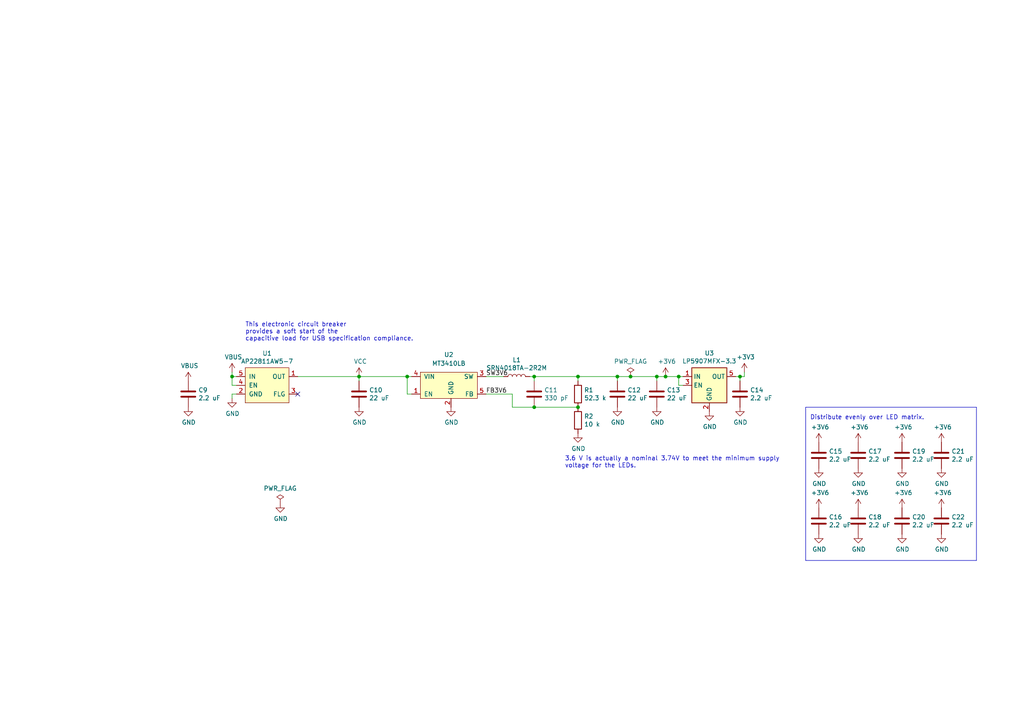
<source format=kicad_sch>
(kicad_sch (version 20230121) (generator eeschema)
  (paper "A4")
  (title_block (title "virgo-test-keyboard") (date "2023-05-30") (rev "0.2") (company "System76"))
  (lib_symbols
    (symbol "Device:C" (pin_numbers hide) (pin_names (offset 0.254))
      (property "Reference" "C" (at 0.635 2.54 0))
      (property "Value" "C" (at 0.635 -2.54 0))
      (symbol "C_0_1"
        (polyline (pts (xy -2.032 -0.762) (xy 2.032 -0.762)) (stroke (width 0.508)))
        (polyline (pts (xy -2.032 0.762) (xy 2.032 0.762)) (stroke (width 0.508)))
      )
      (symbol "C_1_1"
        (pin passive line (at 0 3.81 270) (length 2.794) (name "~") (number "1"))
        (pin passive line (at 0 -3.81 90) (length 2.794) (name "~") (number "2"))
      )
    )
    (symbol "Device:L" (pin_numbers hide) (pin_names (offset 1.016) hide)
      (property "Reference" "L" (at -1.27 0 90))
      (property "Value" "L" (at 1.905 0 90))
      (symbol "L_0_1"
        (arc (start 0 -2.54) (mid 0.6323 -1.905) (end 0 -1.27))
        (arc (start 0 -1.27) (mid 0.6323 -0.635) (end 0 0))
        (arc (start 0 0) (mid 0.6323 0.635) (end 0 1.27))
        (arc (start 0 1.27) (mid 0.6323 1.905) (end 0 2.54))
      )
      (symbol "L_1_1"
        (pin passive line (at 0 3.81 270) (length 1.27) (name "1") (number "1"))
        (pin passive line (at 0 -3.81 90) (length 1.27) (name "2") (number "2"))
      )
    )
    (symbol "Device:R" (pin_numbers hide) (pin_names (offset 0))
      (property "Reference" "R" (at 2.032 0 90))
      (property "Value" "R" (at 0 0 90))
      (symbol "R_0_1"
        (rectangle (start -1.016 -2.54) (end 1.016 2.54) (stroke (width 0.254)))
      )
      (symbol "R_1_1"
        (pin passive line (at 0 3.81 270) (length 1.27) (name "~") (number "1"))
        (pin passive line (at 0 -3.81 90) (length 1.27) (name "~") (number "2"))
      )
    )
    (symbol "Regulator_Linear:LP5907MFX-3.3"
      (property "Reference" "U" (at -3.81 6.35 0))
      (property "Value" "LP5907MFX-3.3" (at 6.35 6.35 0))
      (symbol "LP5907MFX-3.3_0_1"
        (rectangle (start -5.08 -5.08) (end 5.08 5.08) (stroke (width 0.254)) (fill (type background)))
        (pin power_in line (at -7.62 2.54 0) (length 2.54) (name "IN") (number "1"))
        (pin power_in line (at 0 -7.62 90) (length 2.54) (name "GND") (number "2"))
        (pin input line (at -7.62 0 0) (length 2.54) (name "EN") (number "3"))
        (pin no_connect line (at 5.08 0 180) (length 2.54) hide (name "NC") (number "4"))
        (pin power_out line (at 7.62 2.54 180) (length 2.54) (name "OUT") (number "5"))
      )
    )
    (symbol "launch:+3V6" (power) (pin_names (offset 0))
      (property "Value" "+3V6" (at 0 3.556 0))
      (symbol "+3V6_0_1"
        (polyline (pts (xy -0.762 1.27) (xy 0 2.54)))
        (polyline (pts (xy 0 0) (xy 0 2.54)))
        (polyline (pts (xy 0 2.54) (xy 0.762 1.27)))
      )
      (symbol "+3V6_1_1"
        (pin power_in line (at 0 0 90) (length 0) hide (name "+3V6") (number "1"))
      )
    )
    (symbol "launch:AP22811AW5-7‎" (pin_names (offset 1.016))
      (property "Reference" "U" (at -6.35 8.89 0))
      (property "Value" "AP22811AW5-7‎" (at -6.35 6.35 0))
      (symbol "AP22811AW5-7‎_0_1"
        (rectangle (start 6.35 5.08) (end -6.35 -5.08) (fill (type background)))
      )
      (symbol "AP22811AW5-7‎_1_1"
        (pin power_out line (at 8.89 2.54 180) (length 2.54) (name "OUT") (number "1"))
        (pin power_in line (at -8.89 -2.54 0) (length 2.54) (name "GND") (number "2"))
        (pin open_collector line (at 8.89 -2.54 180) (length 2.54) (name "FLG") (number "3"))
        (pin input line (at -8.89 0 0) (length 2.54) (name "EN") (number "4"))
        (pin power_in line (at -8.89 2.54 0) (length 2.54) (name "IN") (number "5"))
      )
    )
    (symbol "launch:MT3410LB" (pin_names (offset 1.016))
      (property "Reference" "U" (at -8.89 7.62 0))
      (property "Value" "MT3410LB" (at -8.89 5.08 0))
      (symbol "MT3410LB_0_1"
        (rectangle (start 7.62 3.81) (end -8.89 -3.81) (fill (type background)))
      )
      (symbol "MT3410LB_1_1"
        (pin passive line (at -11.43 -2.54 0) (length 2.54) (name "EN") (number "1"))
        (pin power_in line (at 0 -6.35 90) (length 2.54) (name "GND") (number "2"))
        (pin power_out line (at 10.16 2.54 180) (length 2.54) (name "SW") (number "3"))
        (pin power_in line (at -11.43 2.54 0) (length 2.54) (name "VIN") (number "4"))
        (pin passive line (at 10.16 -2.54 180) (length 2.54) (name "FB") (number "5"))
      )
    )
    (symbol "power:+3V3" (power) (pin_names (offset 0))
      (property "Value" "+3V3" (at 0 3.556 0))
      (symbol "+3V3_0_1"
        (polyline (pts (xy -0.762 1.27) (xy 0 2.54)))
        (polyline (pts (xy 0 0) (xy 0 2.54)))
        (polyline (pts (xy 0 2.54) (xy 0.762 1.27)))
      )
      (symbol "+3V3_1_1"
        (pin power_in line (at 0 0 90) (length 0) hide (name "+3V3") (number "1"))
      )
    )
    (symbol "power:GND" (power) (pin_names (offset 0))
      (property "Value" "GND" (at 0 -3.81 0))
      (symbol "GND_0_1"
        (polyline (pts (xy 0 0) (xy 0 -1.27) (xy 1.27 -1.27) (xy 0 -2.54) (xy -1.27 -1.27) (xy 0 -1.27)))
      )
      (symbol "GND_1_1"
        (pin power_in line (at 0 0 270) (length 0) hide (name "GND") (number "1"))
      )
    )
    (symbol "power:PWR_FLAG" (power) (pin_numbers hide) (pin_names (offset 0) hide)
      (property "Value" "PWR_FLAG" (at 0 3.81 0))
      (symbol "PWR_FLAG_0_0"
        (pin power_out line (at 0 0 90) (length 0) (name "pwr") (number "1"))
      )
      (symbol "PWR_FLAG_0_1"
        (polyline (pts (xy 0 0) (xy 0 1.27) (xy -1.016 1.905) (xy 0 2.54) (xy 1.016 1.905) (xy 0 1.27)))
      )
    )
    (symbol "power:VBUS" (power) (pin_names (offset 0))
      (property "Value" "VBUS" (at 0 3.81 0))
      (symbol "VBUS_0_1"
        (polyline (pts (xy -0.762 1.27) (xy 0 2.54)))
        (polyline (pts (xy 0 0) (xy 0 2.54)))
        (polyline (pts (xy 0 2.54) (xy 0.762 1.27)))
      )
      (symbol "VBUS_1_1"
        (pin power_in line (at 0 0 90) (length 0) hide (name "VBUS") (number "1"))
      )
    )
    (symbol "power:VCC" (power) (pin_names (offset 0))
      (property "Value" "VCC" (at 0 3.81 0))
      (symbol "VCC_0_1"
        (polyline (pts (xy -0.762 1.27) (xy 0 2.54)))
        (polyline (pts (xy 0 0) (xy 0 2.54)))
        (polyline (pts (xy 0 2.54) (xy 0.762 1.27)))
      )
      (symbol "VCC_1_1"
        (pin power_in line (at 0 0 90) (length 0) hide (name "VCC") (number "1"))
      )
    )
  )
  (junction (at 104.14 109.22))
  (junction (at 167.64 109.22))
  (junction (at 196.85 109.22))
  (junction (at 154.94 109.22))
  (junction (at 179.07 109.22))
  (junction (at 118.11 109.22))
  (junction (at 182.88 109.22))
  (junction (at 190.5 109.22))
  (junction (at 193.04 109.22))
  (junction (at 154.94 118.11))
  (junction (at 167.64 118.11))
  (junction (at 67.31 109.22))
  (junction (at 214.63 109.22))
  (no_connect (at 86.36 114.3))
  (wire (pts (xy 179.07 109.22) (xy 182.88 109.22)))
  (wire (pts (xy 154.94 109.22) (xy 154.94 110.49)))
  (wire (pts (xy 154.94 118.11) (xy 167.64 118.11)))
  (wire (pts (xy 196.85 111.76) (xy 196.85 109.22)))
  (wire (pts (xy 67.31 109.22) (xy 67.31 107.95)))
  (wire (pts (xy 67.31 111.76) (xy 67.31 109.22)))
  (wire (pts (xy 214.63 109.22) (xy 215.9 109.22)))
  (polyline (pts (xy 233.68 162.56) (xy 283.21 162.56)))
  (polyline (pts (xy 283.21 118.11) (xy 233.68 118.11)))
  (wire (pts (xy 104.14 109.22) (xy 104.14 110.49)))
  (wire (pts (xy 214.63 109.22) (xy 214.63 110.49)))
  (wire (pts (xy 148.59 118.11) (xy 148.59 114.3)))
  (wire (pts (xy 215.9 107.95) (xy 215.9 109.22)))
  (wire (pts (xy 104.14 109.22) (xy 118.11 109.22)))
  (wire (pts (xy 67.31 114.3) (xy 68.58 114.3)))
  (wire (pts (xy 182.88 109.22) (xy 190.5 109.22)))
  (wire (pts (xy 179.07 109.22) (xy 179.07 110.49)))
  (wire (pts (xy 154.94 109.22) (xy 167.64 109.22)))
  (wire (pts (xy 196.85 109.22) (xy 198.12 109.22)))
  (wire (pts (xy 86.36 109.22) (xy 104.14 109.22)))
  (polyline (pts (xy 233.68 118.11) (xy 233.68 162.56)))
  (wire (pts (xy 190.5 109.22) (xy 193.04 109.22)))
  (wire (pts (xy 213.36 109.22) (xy 214.63 109.22)))
  (wire (pts (xy 167.64 110.49) (xy 167.64 109.22)))
  (wire (pts (xy 68.58 109.22) (xy 67.31 109.22)))
  (wire (pts (xy 148.59 118.11) (xy 154.94 118.11)))
  (wire (pts (xy 118.11 109.22) (xy 118.11 114.3)))
  (wire (pts (xy 118.11 109.22) (xy 119.38 109.22)))
  (wire (pts (xy 167.64 109.22) (xy 179.07 109.22)))
  (polyline (pts (xy 283.21 118.11) (xy 283.21 162.56)))
  (wire (pts (xy 153.67 109.22) (xy 154.94 109.22)))
  (wire (pts (xy 198.12 111.76) (xy 196.85 111.76)))
  (wire (pts (xy 119.38 114.3) (xy 118.11 114.3)))
  (wire (pts (xy 67.31 115.57) (xy 67.31 114.3)))
  (wire (pts (xy 146.05 109.22) (xy 140.97 109.22)))
  (wire (pts (xy 190.5 110.49) (xy 190.5 109.22)))
  (wire (pts (xy 148.59 114.3) (xy 140.97 114.3)))
  (wire (pts (xy 68.58 111.76) (xy 67.31 111.76)))
  (wire (pts (xy 193.04 109.22) (xy 196.85 109.22)))
  (text "This electronic circuit breaker\nprovides a soft start of the\ncapacitive load for USB specification compliance." (at 71.12 99.06 0) (effects (font (size 1.27 1.27)) (justify left bottom)))
  (text "3.6 V is actually a nominal 3.74V to meet the minimum supply\nvoltage for the LEDs." (at 163.83 135.89 0) (effects (font (size 1.27 1.27)) (justify left bottom)))
  (text "Distribute evenly over LED matrix." (at 234.95 121.92 0) (effects (font (size 1.27 1.27)) (justify left bottom)))
  (label "SW3V6" (at 140.97 109.22 0))
  (label "FB3V6" (at 140.97 114.3 0))
  (symbol (lib_id "launch:+3V6") (at 193.04 109.22 0) (unit 1)
    (property "Reference" "#PWR0355" (effects hide))
    (property "Value" "+3V6" (at 193.421 104.8258 0))
  )
  (symbol (lib_id "Device:C") (at 237.49 132.08 0) (unit 1)
    (property "Reference" "C15" (at 240.411 130.9116 0) (effects (justify left)))
    (property "Value" "2.2 uF" (at 240.411 133.223 0) (effects (justify left)))
    (property "Footprint" "Capacitor_SMD:C_0603_1608Metric" (effects hide))
    (property "Manufacturer" "Generic X5R capacitor" (effects hide))
  )
  (symbol (lib_id "Device:C") (at 248.92 132.08 0) (unit 1)
    (property "Reference" "C17" (at 251.841 130.9116 0) (effects (justify left)))
    (property "Value" "2.2 uF" (at 251.841 133.223 0) (effects (justify left)))
    (property "Footprint" "Capacitor_SMD:C_0603_1608Metric" (effects hide))
    (property "Manufacturer" "Generic X5R capacitor" (effects hide))
  )
  (symbol (lib_id "Device:C") (at 261.62 132.08 0) (unit 1)
    (property "Reference" "C19" (at 264.541 130.9116 0) (effects (justify left)))
    (property "Value" "2.2 uF" (at 264.541 133.223 0) (effects (justify left)))
    (property "Footprint" "Capacitor_SMD:C_0603_1608Metric" (effects hide))
    (property "Manufacturer" "Generic X5R capacitor" (effects hide))
  )
  (symbol (lib_id "Device:C") (at 273.05 132.08 0) (unit 1)
    (property "Reference" "C21" (at 275.971 130.9116 0) (effects (justify left)))
    (property "Value" "2.2 uF" (at 275.971 133.223 0) (effects (justify left)))
    (property "Footprint" "Capacitor_SMD:C_0603_1608Metric" (effects hide))
    (property "Manufacturer" "Generic X5R capacitor" (effects hide))
  )
  (symbol (lib_id "power:GND") (at 237.49 154.94 0) (unit 1)
    (property "Reference" "#PWR0362" (effects hide))
    (property "Value" "GND" (at 237.617 159.3342 0))
  )
  (symbol (lib_id "launch:+3V6") (at 237.49 147.32 0) (unit 1)
    (property "Reference" "#PWR0361" (effects hide))
    (property "Value" "+3V6" (at 237.871 142.9258 0))
  )
  (symbol (lib_id "power:GND") (at 248.92 154.94 0) (unit 1)
    (property "Reference" "#PWR0366" (effects hide))
    (property "Value" "GND" (at 249.047 159.3342 0))
  )
  (symbol (lib_id "launch:+3V6") (at 248.92 147.32 0) (unit 1)
    (property "Reference" "#PWR0365" (effects hide))
    (property "Value" "+3V6" (at 249.301 142.9258 0))
  )
  (symbol (lib_id "power:GND") (at 261.62 154.94 0) (unit 1)
    (property "Reference" "#PWR0370" (effects hide))
    (property "Value" "GND" (at 261.747 159.3342 0))
  )
  (symbol (lib_id "launch:+3V6") (at 261.62 147.32 0) (unit 1)
    (property "Reference" "#PWR0369" (effects hide))
    (property "Value" "+3V6" (at 262.001 142.9258 0))
  )
  (symbol (lib_id "power:GND") (at 273.05 154.94 0) (unit 1)
    (property "Reference" "#PWR0374" (effects hide))
    (property "Value" "GND" (at 273.177 159.3342 0))
  )
  (symbol (lib_id "launch:+3V6") (at 273.05 147.32 0) (unit 1)
    (property "Reference" "#PWR0373" (effects hide))
    (property "Value" "+3V6" (at 273.431 142.9258 0))
  )
  (symbol (lib_id "Device:C") (at 237.49 151.13 0) (unit 1)
    (property "Reference" "C16" (at 240.411 149.9616 0) (effects (justify left)))
    (property "Value" "2.2 uF" (at 240.411 152.273 0) (effects (justify left)))
    (property "Footprint" "Capacitor_SMD:C_0603_1608Metric" (effects hide))
    (property "Manufacturer" "Generic X5R capacitor" (effects hide))
  )
  (symbol (lib_id "Device:C") (at 248.92 151.13 0) (unit 1)
    (property "Reference" "C18" (at 251.841 149.9616 0) (effects (justify left)))
    (property "Value" "2.2 uF" (at 251.841 152.273 0) (effects (justify left)))
    (property "Footprint" "Capacitor_SMD:C_0603_1608Metric" (effects hide))
    (property "Manufacturer" "Generic X5R capacitor" (effects hide))
  )
  (symbol (lib_id "Device:C") (at 261.62 151.13 0) (unit 1)
    (property "Reference" "C20" (at 264.541 149.9616 0) (effects (justify left)))
    (property "Value" "2.2 uF" (at 264.541 152.273 0) (effects (justify left)))
    (property "Footprint" "Capacitor_SMD:C_0603_1608Metric" (effects hide))
    (property "Manufacturer" "Generic X5R capacitor" (effects hide))
  )
  (symbol (lib_id "Device:C") (at 273.05 151.13 0) (unit 1)
    (property "Reference" "C22" (at 275.971 149.9616 0) (effects (justify left)))
    (property "Value" "2.2 uF" (at 275.971 152.273 0) (effects (justify left)))
    (property "Footprint" "Capacitor_SMD:C_0603_1608Metric" (effects hide))
    (property "Manufacturer" "Generic X5R capacitor" (effects hide))
  )
  (symbol (lib_id "power:VBUS") (at 67.31 107.95 0) (unit 1)
    (property "Reference" "#PWR0346" (effects hide))
    (property "Value" "VBUS" (at 67.691 103.5558 0))
  )
  (symbol (lib_id "launch:AP22811AW5-7‎") (at 77.47 111.76 0) (unit 1)
    (property "Reference" "U1" (at 77.47 102.489 0))
    (property "Value" "AP22811AW5-7‎" (at 77.47 104.8004 0))
    (property "Footprint" "local:SOT-23-5" (effects hide))
    (property "Datasheet" "${KIPRJMOD}/docs/AP22811.pdf" (effects hide))
    (property "Manufacturer" "Diodes Inc." (effects hide))
  )
  (symbol (lib_id "power:GND") (at 67.31 115.57 0) (unit 1)
    (property "Reference" "#PWR0347" (effects hide))
    (property "Value" "GND" (at 67.437 119.9642 0))
  )
  (symbol (lib_id "Regulator_Linear:LP5907MFX-3.3") (at 205.74 111.76 0) (unit 1)
    (property "Reference" "U3" (at 205.74 102.4382 0))
    (property "Value" "LP5907MFX-3.3" (at 205.74 104.7496 0))
    (property "Footprint" "Package_TO_SOT_SMD:SOT-23-5" (effects hide))
    (property "Datasheet" "http://www.ti.com/lit/ds/symlink/lp5907.pdf" (effects hide))
    (property "Manufacturer" "Texas Instruments" (effects hide))
  )
  (symbol (lib_id "power:GND") (at 205.74 119.38 0) (unit 1)
    (property "Reference" "#PWR0356" (effects hide))
    (property "Value" "GND" (at 205.867 123.7742 0))
  )
  (symbol (lib_id "Device:C") (at 214.63 114.3 0) (unit 1)
    (property "Reference" "C14" (at 217.551 113.1316 0) (effects (justify left)))
    (property "Value" "2.2 uF" (at 217.551 115.443 0) (effects (justify left)))
    (property "Footprint" "Capacitor_SMD:C_0603_1608Metric" (effects hide))
    (property "Manufacturer" "Generic X5R capacitor" (effects hide))
  )
  (symbol (lib_id "power:GND") (at 214.63 118.11 0) (unit 1)
    (property "Reference" "#PWR0357" (effects hide))
    (property "Value" "GND" (at 214.757 122.5042 0))
  )
  (symbol (lib_id "power:+3V3") (at 215.9 107.95 0) (unit 1)
    (property "Reference" "#PWR0358" (effects hide))
    (property "Value" "+3V3" (at 216.281 103.5558 0))
  )
  (symbol (lib_id "power:GND") (at 237.49 135.89 0) (unit 1)
    (property "Reference" "#PWR0360" (effects hide))
    (property "Value" "GND" (at 237.617 140.2842 0))
  )
  (symbol (lib_id "launch:+3V6") (at 237.49 128.27 0) (unit 1)
    (property "Reference" "#PWR0359" (effects hide))
    (property "Value" "+3V6" (at 237.871 123.8758 0))
  )
  (symbol (lib_id "power:GND") (at 248.92 135.89 0) (unit 1)
    (property "Reference" "#PWR0364" (effects hide))
    (property "Value" "GND" (at 249.047 140.2842 0))
  )
  (symbol (lib_id "launch:+3V6") (at 248.92 128.27 0) (unit 1)
    (property "Reference" "#PWR0363" (effects hide))
    (property "Value" "+3V6" (at 249.301 123.8758 0))
  )
  (symbol (lib_id "power:GND") (at 261.62 135.89 0) (unit 1)
    (property "Reference" "#PWR0368" (effects hide))
    (property "Value" "GND" (at 261.747 140.2842 0))
  )
  (symbol (lib_id "launch:+3V6") (at 261.62 128.27 0) (unit 1)
    (property "Reference" "#PWR0367" (effects hide))
    (property "Value" "+3V6" (at 262.001 123.8758 0))
  )
  (symbol (lib_id "power:GND") (at 273.05 135.89 0) (unit 1)
    (property "Reference" "#PWR0372" (effects hide))
    (property "Value" "GND" (at 273.177 140.2842 0))
  )
  (symbol (lib_id "launch:+3V6") (at 273.05 128.27 0) (unit 1)
    (property "Reference" "#PWR0371" (effects hide))
    (property "Value" "+3V6" (at 273.431 123.8758 0))
  )
  (symbol (lib_id "power:VCC") (at 104.14 109.22 0) (unit 1)
    (property "Reference" "#PWR0349" (effects hide))
    (property "Value" "VCC" (at 104.521 104.8258 0))
  )
  (symbol (lib_id "power:PWR_FLAG") (at 182.88 109.22 0) (unit 1)
    (property "Reference" "#FLG02" (effects hide))
    (property "Value" "PWR_FLAG" (at 182.88 104.8258 0))
  )
  (symbol (lib_id "power:PWR_FLAG") (at 81.28 146.05 0) (unit 1)
    (property "Reference" "#FLG01" (effects hide))
    (property "Value" "PWR_FLAG" (at 81.28 141.6558 0))
  )
  (symbol (lib_id "power:GND") (at 81.28 146.05 0) (unit 1)
    (property "Reference" "#PWR0348" (effects hide))
    (property "Value" "GND" (at 81.407 150.4442 0))
  )
  (symbol (lib_id "Device:L") (at 149.86 109.22 90) (unit 1)
    (property "Reference" "L1" (at 149.86 104.394 90))
    (property "Value" "SRN4018TA-2R2M" (at 149.86 106.7054 90))
    (property "Footprint" "Inductor_SMD:L_Bourns-SRN4018" (effects hide))
    (property "Manufacturer" "Bourns" (effects hide))
  )
  (symbol (lib_id "Device:C") (at 179.07 114.3 0) (unit 1)
    (property "Reference" "C12" (at 181.991 113.1316 0) (effects (justify left)))
    (property "Value" "22 uF" (at 181.991 115.443 0) (effects (justify left)))
    (property "Footprint" "Capacitor_SMD:C_0805_2012Metric" (effects hide))
    (property "Manufacturer" "Generic X5R capacitor" (effects hide))
  )
  (symbol (lib_id "power:GND") (at 179.07 118.11 0) (unit 1)
    (property "Reference" "#PWR0353" (effects hide))
    (property "Value" "GND" (at 179.197 122.5042 0))
  )
  (symbol (lib_id "Device:R") (at 167.64 114.3 0) (unit 1)
    (property "Reference" "R1" (at 169.418 113.1316 0) (effects (justify left)))
    (property "Value" "52.3 k" (at 169.418 115.443 0) (effects (justify left)))
    (property "Footprint" "local:R_0402_1005Metric" (effects hide))
    (property "Manufacturer" "Generic 1% resistor" (effects hide))
  )
  (symbol (lib_id "Device:R") (at 167.64 121.92 0) (unit 1)
    (property "Reference" "R2" (at 169.418 120.7516 0) (effects (justify left)))
    (property "Value" "10 k" (at 169.418 123.063 0) (effects (justify left)))
    (property "Footprint" "local:R_0402_1005Metric" (effects hide))
    (property "Manufacturer" "Generic 1% resistor" (effects hide))
  )
  (symbol (lib_id "power:GND") (at 167.64 125.73 0) (unit 1)
    (property "Reference" "#PWR0352" (effects hide))
    (property "Value" "GND" (at 167.767 130.1242 0))
  )
  (symbol (lib_id "Device:C") (at 104.14 114.3 0) (unit 1)
    (property "Reference" "C10" (at 107.061 113.1316 0) (effects (justify left)))
    (property "Value" "22 uF" (at 107.061 115.443 0) (effects (justify left)))
    (property "Footprint" "Capacitor_SMD:C_0805_2012Metric" (effects hide))
    (property "Manufacturer" "Generic X5R capacitor" (effects hide))
  )
  (symbol (lib_id "power:GND") (at 104.14 118.11 0) (unit 1)
    (property "Reference" "#PWR0350" (effects hide))
    (property "Value" "GND" (at 104.267 122.5042 0))
  )
  (symbol (lib_id "Device:C") (at 154.94 114.3 0) (unit 1)
    (property "Reference" "C11" (at 157.861 113.1316 0) (effects (justify left)))
    (property "Value" "330 pF" (at 157.861 115.443 0) (effects (justify left)))
    (property "Footprint" "local:C_0402_1005Metric" (effects hide))
    (property "Manufacturer" "Generic NP0 capacitor" (effects hide))
  )
  (symbol (lib_id "Device:C") (at 190.5 114.3 0) (unit 1)
    (property "Reference" "C13" (at 193.421 113.1316 0) (effects (justify left)))
    (property "Value" "22 uF" (at 193.421 115.443 0) (effects (justify left)))
    (property "Footprint" "Capacitor_SMD:C_0805_2012Metric" (effects hide))
    (property "Manufacturer" "Generic X5R capacitor" (effects hide))
  )
  (symbol (lib_id "power:GND") (at 190.5 118.11 0) (unit 1)
    (property "Reference" "#PWR0354" (effects hide))
    (property "Value" "GND" (at 190.627 122.5042 0))
  )
  (symbol (lib_id "Device:C") (at 54.61 114.3 0) (unit 1)
    (property "Reference" "C9" (at 57.531 113.1316 0) (effects (justify left)))
    (property "Value" "2.2 uF" (at 57.531 115.443 0) (effects (justify left)))
    (property "Footprint" "Capacitor_SMD:C_0603_1608Metric" (effects hide))
    (property "Manufacturer" "Generic X5R capacitor" (effects hide))
  )
  (symbol (lib_id "power:VBUS") (at 54.61 110.49 0) (unit 1)
    (property "Reference" "#PWR0344" (effects hide))
    (property "Value" "VBUS" (at 54.991 106.0958 0))
  )
  (symbol (lib_id "launch:MT3410LB") (at 130.81 111.76 0) (unit 1)
    (property "Reference" "U2" (at 130.175 102.87 0))
    (property "Value" "MT3410LB" (at 130.175 105.41 0))
    (property "Footprint" "local:SOT-23-5" (effects hide))
    (property "Datasheet" "https://datasheet.lcsc.com/lcsc/2012102241_XI-AN-Aerosemi-Tech-MT3410LB_C883494.pdf" (effects hide))
    (property "Manufacturer" "Aerosemi" (effects hide))
  )
  (symbol (lib_id "power:GND") (at 54.61 118.11 0) (unit 1)
    (property "Reference" "#PWR0345" (effects hide))
    (property "Value" "GND" (at 54.737 122.5042 0))
  )
  (symbol (lib_id "power:GND") (at 130.81 118.11 0) (unit 1)
    (property "Reference" "#PWR0351" (effects hide))
    (property "Value" "GND" (at 130.937 122.5042 0))
  )
)
</source>
